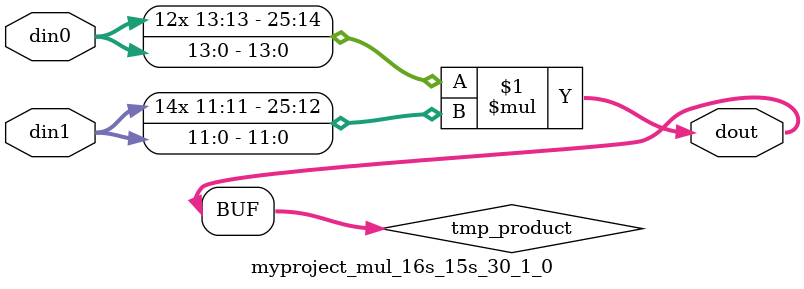
<source format=v>

`timescale 1 ns / 1 ps

  module myproject_mul_16s_15s_30_1_0(din0, din1, dout);
parameter ID = 1;
parameter NUM_STAGE = 0;
parameter din0_WIDTH = 14;
parameter din1_WIDTH = 12;
parameter dout_WIDTH = 26;

input [din0_WIDTH - 1 : 0] din0; 
input [din1_WIDTH - 1 : 0] din1; 
output [dout_WIDTH - 1 : 0] dout;

wire signed [dout_WIDTH - 1 : 0] tmp_product;













assign tmp_product = $signed(din0) * $signed(din1);








assign dout = tmp_product;







endmodule

</source>
